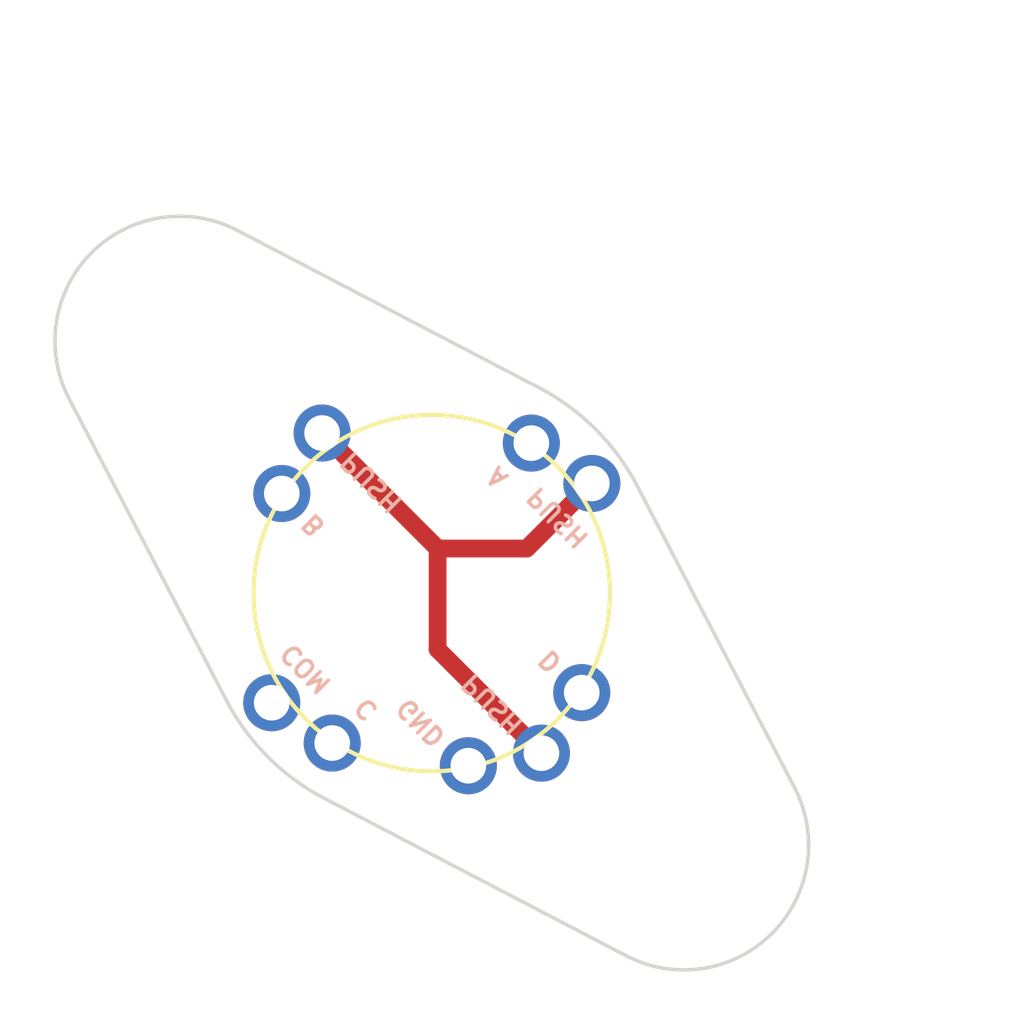
<source format=kicad_pcb>
(kicad_pcb (version 20221018) (generator pcbnew)
  (layers (0 "F.Cu" signal) (31 "B.Cu" signal) (34 "B.Paste" user) (35 "F.Paste" user) (36 "B.SilkS" user "B.Silkscreen") (37 "F.SilkS" user "F.Silkscreen") (38 "B.Mask" user) (39 "F.Mask" user) (44 "Edge.Cuts" user))
  (net 0 "")
  (net 2 "unconnected-(U1-PUSH-Pad2)")
  (footprint "Alps:RKJXM1015004" (layer "F.Cu") (at 38.964466 32.5 135)
    (fp_text reference "U1" hide)
    (fp_text value "RKJXM1015004")
    (fp_text user "PUSH" (at -1 4 135 unlocked) (layer "B.SilkS") (effects (font (size 0.5 0.5) (thickness 0.1)) (justify mirror)))
    (fp_text user "A" (at 1 3.6 135 unlocked) (layer "B.SilkS") (effects (font (size 0.5 0.5) (thickness 0.1)) (justify mirror)))
    (fp_text user "PUSH" (at -3.4 -1 135 unlocked) (layer "B.SilkS") (effects (font (size 0.5 0.5) (thickness 0.1)) (justify mirror)))
    (fp_text user "PUSH" (at 3.4 1 135 unlocked) (layer "B.SilkS") (effects (font (size 0.5 0.5) (thickness 0.1)) (justify mirror)))
    (fp_text user "C" (at -1 -3.6 135 unlocked) (layer "B.SilkS") (effects (font (size 0.5 0.5) (thickness 0.1)) (justify mirror)))
    (fp_text user "COM" (at 1 -4 135 unlocked) (layer "B.SilkS") (effects (font (size 0.5 0.5) (thickness 0.1)) (justify mirror)))
    (fp_text user "D" (at -3.7 1 135 unlocked) (layer "B.SilkS") (effects (font (size 0.5 0.5) (thickness 0.1)) (justify mirror)))
    (fp_text user "B" (at 3.7 -1 135 unlocked) (layer "B.SilkS") (effects (font (size 0.5 0.5) (thickness 0.1)) (justify mirror)))
    (fp_text user "GND" (at -2.35 -2.78 135 unlocked) (layer "B.SilkS") (effects (font (size 0.5 0.5) (thickness 0.1)) (justify mirror)))
    (fp_circle (center 0 0) (end 0 -5) (stroke (width 0.12)) (fill none) (layer "F.SilkS"))
    (pad "" np_thru_hole circle (at 1 -3 135) (size 1.1 1.1) (drill 1.1) (layers "F&B.Cu" "*.Mask"))
    (pad "1" thru_hole circle (at -4.15 -2.7 135) (size 1.6 1.6) (drill 1) (layers "*.Cu" "*.Mask"))
    (pad "2" thru_hole circle (at -5.35 -1 135) (size 1.6 1.6) (drill 1) (layers "*.Cu" "*.Mask") (net 2 "unconnected-(U1-PUSH-Pad2)"))
    (pad "2" thru_hole circle (at -1 5.35 135) (size 1.6 1.6) (drill 1) (layers "*.Cu" "*.Mask") (net 2 "unconnected-(U1-PUSH-Pad2)"))
    (pad "2" thru_hole circle (at 5.35 1 135) (size 1.6 1.6) (drill 1) (layers "*.Cu" "*.Mask") (net 2 "unconnected-(U1-PUSH-Pad2)"))
    (pad "3" thru_hole circle (at 1 -5.35 135) (size 1.6 1.6) (drill 1) (layers "*.Cu" "*.Mask"))
    (pad "4" thru_hole circle (at 1 4.95 135) (size 1.6 1.6) (drill 1) (layers "*.Cu" "*.Mask"))
    (pad "5" thru_hole circle (at 4.95 -1 135) (size 1.6 1.6) (drill 1) (layers "*.Cu" "*.Mask"))
    (pad "6" thru_hole circle (at -1 -4.95 135) (size 1.6 1.6) (drill 1) (layers "*.Cu" "*.Mask"))
    (pad "7" thru_hole circle (at -4.95 1 135) (size 1.6 1.6) (drill 1) (layers "*.Cu" "*.Mask"))
  )
  (footprint "MountingHole:MountingHole_2.2mm_M2" (layer "F.Cu") (at 46.035534 39.571068 135)
    (fp_text reference "REF**" hide)
    (fp_text value "MountingHole_2.2mm_M2")
    (pad "" np_thru_hole circle (at 0 0 135) (size 2.2 2.2) (drill 2.2) (layers "*.Cu" "*.Mask"))
  )
  (footprint "MountingHole:MountingHole_2.2mm_M2" (layer "F.Cu") (at 31.893398 25.428932 135)
    (fp_text reference "REF**" hide)
    (fp_text value "MountingHole_2.2mm_M2")
    (pad "" np_thru_hole circle (at 0 0 135) (size 2.2 2.2) (drill 2.2) (layers "*.Cu" "*.Mask"))
  )
  (gr_arc (start 35.958834 38.263348) (mid 34.368422 37.096058) (end 33.201127 35.505649) (stroke (width 0.1)) (layer "Edge.Cuts"))
  (gr_arc (start 28.790057 27.047349) (mid 29.418521 22.954062) (end 33.511807 22.325587) (stroke (width 0.1)) (layer "Edge.Cuts"))
  (gr_arc (start 41.970098 26.736652) (mid 43.56066 27.903806) (end 44.727814 29.494368) (stroke (width 0.1)) (layer "Edge.Cuts"))
  (gr_line (start 49.138875 37.952651) (end 44.727814 29.494368) (stroke (width 0.1)) (layer "Edge.Cuts"))
  (gr_line (start 28.790057 27.047349) (end 33.201127 35.505649) (stroke (width 0.1)) (layer "Edge.Cuts"))
  (gr_line (start 44.417117 42.674409) (end 35.958834 38.263348) (stroke (width 0.1)) (layer "Edge.Cuts"))
  (gr_arc (start 49.138875 37.952651) (mid 48.510408 42.045942) (end 44.417117 42.674409) (stroke (width 0.1)) (layer "Edge.Cuts"))
  (gr_line (start 41.970098 26.736652) (end 33.511807 22.325587) (stroke (width 0.1)) (layer "Edge.Cuts"))
  (segment (start 39.12868 31.25) (end 41.62868 31.25) (width 0.5) (layer "F.Cu") (net 2))
  (segment (start 41.62868 31.25) (end 43.454594 29.424086) (width 0.5) (layer "F.Cu") (net 2))
  (segment (start 39.12868 34.078428) (end 39.12868 31.25) (width 0.5) (layer "F.Cu") (net 2))
  (segment (start 35.888552 28.009872) (end 39.12868 31.25) (width 0.5) (layer "F.Cu") (net 2))
  (segment (start 42.04038 36.990128) (end 39.12868 34.078428) (width 0.5) (layer "F.Cu") (net 2))
)
</source>
